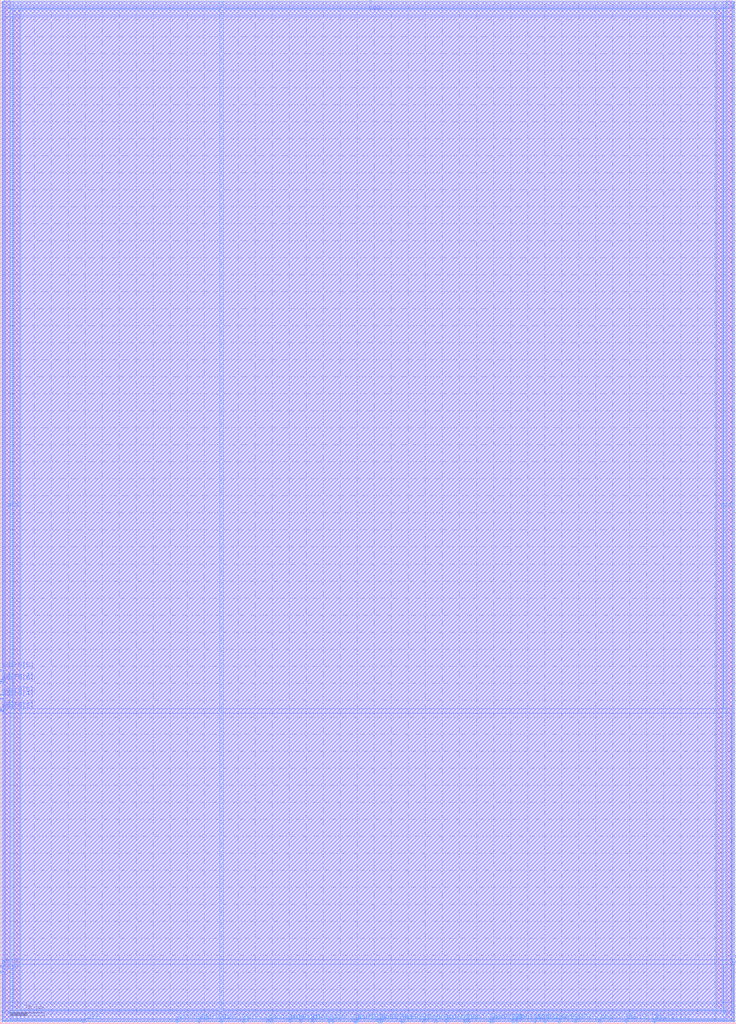
<source format=lef>
VERSION 5.4 ;
NAMESCASESENSITIVE ON ;
BUSBITCHARS "[]" ;
DIVIDERCHAR "/" ;
UNITS
  DATABASE MICRONS 2000 ;
END UNITS
MACRO pool1_rm_sram_16_384_sky130A
   CLASS BLOCK ;
   SIZE 432.71 BY 601.69 ;
   SYMMETRY X Y R90 ;
   PIN din0[0]
      DIRECTION INPUT ;
      PORT
         LAYER m4 ;
         RECT  129.71 0.0 130.45 1.93 ;
      END
   END din0[0]
   PIN din0[1]
      DIRECTION INPUT ;
      PORT
         LAYER m4 ;
         RECT  142.8 0.0 143.54 1.93 ;
      END
   END din0[1]
   PIN din0[2]
      DIRECTION INPUT ;
      PORT
         LAYER m4 ;
         RECT  157.08 0.0 157.82 1.93 ;
      END
   END din0[2]
   PIN din0[3]
      DIRECTION INPUT ;
      PORT
         LAYER m4 ;
         RECT  170.17 0.0 170.91 1.93 ;
      END
   END din0[3]
   PIN din0[4]
      DIRECTION INPUT ;
      PORT
         LAYER m4 ;
         RECT  183.26 0.0 184.0 1.93 ;
      END
   END din0[4]
   PIN din0[5]
      DIRECTION INPUT ;
      PORT
         LAYER m4 ;
         RECT  195.16 0.0 195.9 1.93 ;
      END
   END din0[5]
   PIN din0[6]
      DIRECTION INPUT ;
      PORT
         LAYER m4 ;
         RECT  209.44 0.0 210.18 1.93 ;
      END
   END din0[6]
   PIN din0[7]
      DIRECTION INPUT ;
      PORT
         LAYER m4 ;
         RECT  222.53 0.0 223.27 1.93 ;
      END
   END din0[7]
   PIN din0[8]
      DIRECTION INPUT ;
      PORT
         LAYER m4 ;
         RECT  235.62 0.0 236.36 1.93 ;
      END
   END din0[8]
   PIN din0[9]
      DIRECTION INPUT ;
      PORT
         LAYER m4 ;
         RECT  248.71 0.0 249.45 1.93 ;
      END
   END din0[9]
   PIN din0[10]
      DIRECTION INPUT ;
      PORT
         LAYER m4 ;
         RECT  261.8 0.0 262.54 1.93 ;
      END
   END din0[10]
   PIN din0[11]
      DIRECTION INPUT ;
      PORT
         LAYER m4 ;
         RECT  274.89 0.0 275.63 1.93 ;
      END
   END din0[11]
   PIN din0[12]
      DIRECTION INPUT ;
      PORT
         LAYER m4 ;
         RECT  287.98 0.0 288.72 1.93 ;
      END
   END din0[12]
   PIN din0[13]
      DIRECTION INPUT ;
      PORT
         LAYER m4 ;
         RECT  301.07 0.0 301.81 1.93 ;
      END
   END din0[13]
   PIN din0[14]
      DIRECTION INPUT ;
      PORT
         LAYER m4 ;
         RECT  314.16 0.0 314.9 1.93 ;
      END
   END din0[14]
   PIN din0[15]
      DIRECTION INPUT ;
      PORT
         LAYER m4 ;
         RECT  328.44 0.0 329.18 1.93 ;
      END
   END din0[15]
   PIN addr0[0]
      DIRECTION INPUT ;
      PORT
         LAYER m4 ;
         RECT  103.53 0.0 104.27 1.93 ;
      END
   END addr0[0]
   PIN addr0[1]
      DIRECTION INPUT ;
      PORT
         LAYER m4 ;
         RECT  116.62 0.0 117.36 1.93 ;
      END
   END addr0[1]
   PIN addr0[2]
      DIRECTION INPUT ;
      PORT
         LAYER m3 ;
         RECT  0.0 183.26 1.93 184.0 ;
      END
   END addr0[2]
   PIN addr0[3]
      DIRECTION INPUT ;
      PORT
         LAYER m3 ;
         RECT  0.0 184.45 1.93 185.19 ;
      END
   END addr0[3]
   PIN addr0[4]
      DIRECTION INPUT ;
      PORT
         LAYER m3 ;
         RECT  0.0 190.4 1.93 191.14 ;
      END
   END addr0[4]
   PIN addr0[5]
      DIRECTION INPUT ;
      PORT
         LAYER m3 ;
         RECT  0.0 192.78 1.93 193.52 ;
      END
   END addr0[5]
   PIN addr0[6]
      DIRECTION INPUT ;
      PORT
         LAYER m3 ;
         RECT  0.0 199.92 1.93 200.66 ;
      END
   END addr0[6]
   PIN addr0[7]
      DIRECTION INPUT ;
      PORT
         LAYER m3 ;
         RECT  0.0 201.11 1.93 201.85 ;
      END
   END addr0[7]
   PIN addr0[8]
      DIRECTION INPUT ;
      PORT
         LAYER m3 ;
         RECT  0.0 207.06 1.93 207.8 ;
      END
   END addr0[8]
   PIN csb0
      DIRECTION INPUT ;
      PORT
         LAYER m3 ;
         RECT  0.0 29.75 1.93 30.49 ;
      END
   END csb0
   PIN web0
      DIRECTION INPUT ;
      PORT
         LAYER m3 ;
         RECT  0.0 33.32 1.93 34.06 ;
      END
   END web0
   PIN clk0
      DIRECTION INPUT ;
      PORT
         LAYER m4 ;
         RECT  48.79 0.0 49.53 1.93 ;
      END
   END clk0
   PIN dout0[0]
      DIRECTION OUTPUT ;
      PORT
         LAYER m4 ;
         RECT  159.46 0.0 160.2 1.93 ;
      END
   END dout0[0]
   PIN dout0[1]
      DIRECTION OUTPUT ;
      PORT
         LAYER m4 ;
         RECT  176.12 0.0 176.86 1.93 ;
      END
   END dout0[1]
   PIN dout0[2]
      DIRECTION OUTPUT ;
      PORT
         LAYER m4 ;
         RECT  192.78 0.0 193.52 1.93 ;
      END
   END dout0[2]
   PIN dout0[3]
      DIRECTION OUTPUT ;
      PORT
         LAYER m4 ;
         RECT  208.25 0.0 208.99 1.93 ;
      END
   END dout0[3]
   PIN dout0[4]
      DIRECTION OUTPUT ;
      PORT
         LAYER m4 ;
         RECT  223.72 0.0 224.46 1.93 ;
      END
   END dout0[4]
   PIN dout0[5]
      DIRECTION OUTPUT ;
      PORT
         LAYER m4 ;
         RECT  236.81 0.0 237.55 1.93 ;
      END
   END dout0[5]
   PIN dout0[6]
      DIRECTION OUTPUT ;
      PORT
         LAYER m4 ;
         RECT  255.85 0.0 256.59 1.93 ;
      END
   END dout0[6]
   PIN dout0[7]
      DIRECTION OUTPUT ;
      PORT
         LAYER m4 ;
         RECT  272.51 0.0 273.25 1.93 ;
      END
   END dout0[7]
   PIN dout0[8]
      DIRECTION OUTPUT ;
      PORT
         LAYER m4 ;
         RECT  289.17 0.0 289.91 1.93 ;
      END
   END dout0[8]
   PIN dout0[9]
      DIRECTION OUTPUT ;
      PORT
         LAYER m4 ;
         RECT  303.45 0.0 304.19 1.93 ;
      END
   END dout0[9]
   PIN dout0[10]
      DIRECTION OUTPUT ;
      PORT
         LAYER m4 ;
         RECT  320.11 0.0 320.85 1.93 ;
      END
   END dout0[10]
   PIN dout0[11]
      DIRECTION OUTPUT ;
      PORT
         LAYER m4 ;
         RECT  337.96 0.0 338.7 1.93 ;
      END
   END dout0[11]
   PIN dout0[12]
      DIRECTION OUTPUT ;
      PORT
         LAYER m4 ;
         RECT  352.24 0.0 352.98 1.93 ;
      END
   END dout0[12]
   PIN dout0[13]
      DIRECTION OUTPUT ;
      PORT
         LAYER m4 ;
         RECT  367.71 0.0 368.45 1.93 ;
      END
   END dout0[13]
   PIN dout0[14]
      DIRECTION OUTPUT ;
      PORT
         LAYER m4 ;
         RECT  384.37 0.0 385.11 1.93 ;
      END
   END dout0[14]
   PIN dout0[15]
      DIRECTION OUTPUT ;
      PORT
         LAYER m3 ;
         RECT  430.78 35.7 432.71 36.44 ;
      END
   END dout0[15]
   PIN vdd
      DIRECTION INOUT ;
      USE POWER ; 
      SHAPE ABUTMENT ; 
      PORT
         LAYER m4 ;
         RECT  8.33 8.33 11.45 595.74 ;
         LAYER m3 ;
         RECT  8.33 8.33 424.38 11.45 ;
         LAYER m3 ;
         RECT  8.33 592.62 424.38 595.74 ;
         LAYER m4 ;
         RECT  421.26 8.33 424.38 595.74 ;
      END
   END vdd
   PIN gnd
      DIRECTION INOUT ;
      USE GROUND ; 
      SHAPE ABUTMENT ; 
      PORT
         LAYER m4 ;
         RECT  427.21 2.38 430.33 601.69 ;
         LAYER m3 ;
         RECT  2.38 2.38 430.33 5.5 ;
         LAYER m4 ;
         RECT  2.38 2.38 5.5 601.69 ;
         LAYER m3 ;
         RECT  2.38 598.57 430.33 601.69 ;
      END
   END gnd
   OBS
   LAYER  m1 ;
      RECT  0.91 0.91 431.8 600.78 ;
   LAYER  m2 ;
      RECT  0.91 0.91 431.8 600.78 ;
   LAYER  m3 ;
      RECT  2.83 182.36 431.8 184.9 ;
      RECT  0.91 186.09 2.83 189.5 ;
      RECT  0.91 194.42 2.83 199.02 ;
      RECT  0.91 202.75 2.83 206.16 ;
      RECT  0.91 31.39 2.83 32.42 ;
      RECT  0.91 34.96 2.83 182.36 ;
      RECT  2.83 34.8 429.88 37.34 ;
      RECT  2.83 37.34 429.88 182.36 ;
      RECT  429.88 37.34 431.8 182.36 ;
      RECT  2.83 7.43 7.43 12.35 ;
      RECT  2.83 12.35 7.43 34.8 ;
      RECT  7.43 12.35 425.28 34.8 ;
      RECT  425.28 7.43 429.88 12.35 ;
      RECT  425.28 12.35 429.88 34.8 ;
      RECT  2.83 184.9 7.43 591.72 ;
      RECT  2.83 591.72 7.43 596.64 ;
      RECT  7.43 184.9 425.28 591.72 ;
      RECT  425.28 184.9 431.8 591.72 ;
      RECT  425.28 591.72 431.8 596.64 ;
      RECT  0.91 0.91 1.48 1.48 ;
      RECT  0.91 1.48 1.48 6.4 ;
      RECT  0.91 6.4 1.48 28.85 ;
      RECT  1.48 0.91 2.83 1.48 ;
      RECT  1.48 6.4 2.83 28.85 ;
      RECT  429.88 0.91 431.23 1.48 ;
      RECT  429.88 6.4 431.23 34.8 ;
      RECT  431.23 0.91 431.8 1.48 ;
      RECT  431.23 1.48 431.8 6.4 ;
      RECT  431.23 6.4 431.8 34.8 ;
      RECT  2.83 0.91 7.43 1.48 ;
      RECT  2.83 6.4 7.43 7.43 ;
      RECT  7.43 0.91 425.28 1.48 ;
      RECT  7.43 6.4 425.28 7.43 ;
      RECT  425.28 0.91 429.88 1.48 ;
      RECT  425.28 6.4 429.88 7.43 ;
      RECT  0.91 208.7 1.48 597.67 ;
      RECT  0.91 597.67 1.48 600.78 ;
      RECT  1.48 208.7 2.83 597.67 ;
      RECT  2.83 596.64 7.43 597.67 ;
      RECT  7.43 596.64 425.28 597.67 ;
      RECT  425.28 596.64 431.23 597.67 ;
      RECT  431.23 596.64 431.8 597.67 ;
      RECT  431.23 597.67 431.8 600.78 ;
   LAYER  m4 ;
      RECT  129.11 2.53 131.05 600.78 ;
      RECT  131.05 0.91 142.2 2.53 ;
      RECT  144.14 0.91 156.48 2.53 ;
      RECT  210.78 0.91 221.93 2.53 ;
      RECT  276.23 0.91 287.38 2.53 ;
      RECT  104.87 0.91 116.02 2.53 ;
      RECT  117.96 0.91 129.11 2.53 ;
      RECT  50.13 0.91 102.93 2.53 ;
      RECT  158.42 0.91 158.86 2.53 ;
      RECT  160.8 0.91 169.57 2.53 ;
      RECT  171.51 0.91 175.52 2.53 ;
      RECT  177.46 0.91 182.66 2.53 ;
      RECT  184.6 0.91 192.18 2.53 ;
      RECT  194.12 0.91 194.56 2.53 ;
      RECT  196.5 0.91 207.65 2.53 ;
      RECT  225.06 0.91 235.02 2.53 ;
      RECT  238.15 0.91 248.11 2.53 ;
      RECT  250.05 0.91 255.25 2.53 ;
      RECT  257.19 0.91 261.2 2.53 ;
      RECT  263.14 0.91 271.91 2.53 ;
      RECT  273.85 0.91 274.29 2.53 ;
      RECT  290.51 0.91 300.47 2.53 ;
      RECT  302.41 0.91 302.85 2.53 ;
      RECT  304.79 0.91 313.56 2.53 ;
      RECT  315.5 0.91 319.51 2.53 ;
      RECT  321.45 0.91 327.84 2.53 ;
      RECT  329.78 0.91 337.36 2.53 ;
      RECT  339.3 0.91 351.64 2.53 ;
      RECT  353.58 0.91 367.11 2.53 ;
      RECT  369.05 0.91 383.77 2.53 ;
      RECT  7.73 2.53 12.05 7.73 ;
      RECT  7.73 596.34 12.05 600.78 ;
      RECT  12.05 2.53 129.11 7.73 ;
      RECT  12.05 7.73 129.11 596.34 ;
      RECT  12.05 596.34 129.11 600.78 ;
      RECT  131.05 2.53 420.66 7.73 ;
      RECT  131.05 7.73 420.66 596.34 ;
      RECT  131.05 596.34 420.66 600.78 ;
      RECT  420.66 2.53 424.98 7.73 ;
      RECT  420.66 596.34 424.98 600.78 ;
      RECT  385.71 0.91 426.61 1.78 ;
      RECT  385.71 1.78 426.61 2.53 ;
      RECT  426.61 0.91 430.93 1.78 ;
      RECT  430.93 0.91 431.8 1.78 ;
      RECT  430.93 1.78 431.8 2.53 ;
      RECT  424.98 2.53 426.61 7.73 ;
      RECT  430.93 2.53 431.8 7.73 ;
      RECT  424.98 7.73 426.61 596.34 ;
      RECT  430.93 7.73 431.8 596.34 ;
      RECT  424.98 596.34 426.61 600.78 ;
      RECT  430.93 596.34 431.8 600.78 ;
      RECT  0.91 0.91 1.78 1.78 ;
      RECT  0.91 1.78 1.78 2.53 ;
      RECT  1.78 0.91 6.1 1.78 ;
      RECT  6.1 0.91 48.19 1.78 ;
      RECT  6.1 1.78 48.19 2.53 ;
      RECT  0.91 2.53 1.78 7.73 ;
      RECT  6.1 2.53 7.73 7.73 ;
      RECT  0.91 7.73 1.78 596.34 ;
      RECT  6.1 7.73 7.73 596.34 ;
      RECT  0.91 596.34 1.78 600.78 ;
      RECT  6.1 596.34 7.73 600.78 ;
   END
END    pool1_rm_sram_16_384_sky130A
END    LIBRARY

</source>
